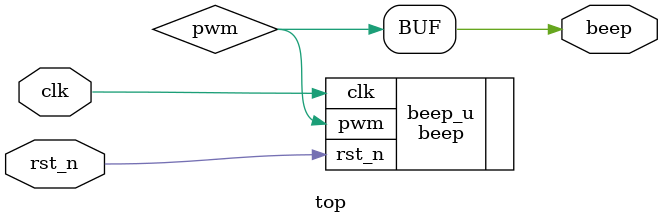
<source format=v>
module top (
    input  wire clk,
    input  wire rst_n,
    output wire beep
);
    

wire pwm;
    
    assign beep = pwm;

   beep beep_u (
       .clk(clk),
       .rst_n(rst_n),
       .pwm(pwm)
   );


endmodule
</source>
